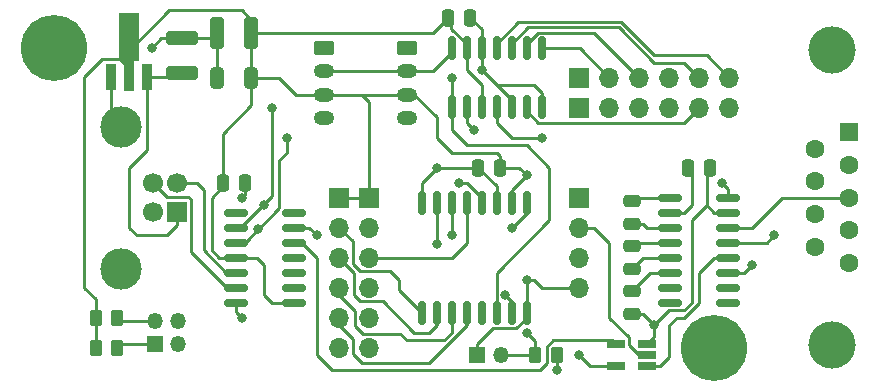
<source format=gbr>
%TF.GenerationSoftware,KiCad,Pcbnew,7.0.6*%
%TF.CreationDate,2023-08-24T17:38:11-04:00*%
%TF.ProjectId,usbio,75736269-6f2e-46b6-9963-61645f706362,rev?*%
%TF.SameCoordinates,Original*%
%TF.FileFunction,Copper,L1,Top*%
%TF.FilePolarity,Positive*%
%FSLAX46Y46*%
G04 Gerber Fmt 4.6, Leading zero omitted, Abs format (unit mm)*
G04 Created by KiCad (PCBNEW 7.0.6) date 2023-08-24 17:38:11*
%MOMM*%
%LPD*%
G01*
G04 APERTURE LIST*
G04 Aperture macros list*
%AMRoundRect*
0 Rectangle with rounded corners*
0 $1 Rounding radius*
0 $2 $3 $4 $5 $6 $7 $8 $9 X,Y pos of 4 corners*
0 Add a 4 corners polygon primitive as box body*
4,1,4,$2,$3,$4,$5,$6,$7,$8,$9,$2,$3,0*
0 Add four circle primitives for the rounded corners*
1,1,$1+$1,$2,$3*
1,1,$1+$1,$4,$5*
1,1,$1+$1,$6,$7*
1,1,$1+$1,$8,$9*
0 Add four rect primitives between the rounded corners*
20,1,$1+$1,$2,$3,$4,$5,0*
20,1,$1+$1,$4,$5,$6,$7,0*
20,1,$1+$1,$6,$7,$8,$9,0*
20,1,$1+$1,$8,$9,$2,$3,0*%
%AMFreePoly0*
4,1,9,5.362500,-0.866500,1.237500,-0.866500,1.237500,-0.450000,-1.237500,-0.450000,-1.237500,0.450000,1.237500,0.450000,1.237500,0.866500,5.362500,0.866500,5.362500,-0.866500,5.362500,-0.866500,$1*%
G04 Aperture macros list end*
%TA.AperFunction,ComponentPad*%
%ADD10R,1.700000X1.700000*%
%TD*%
%TA.AperFunction,ComponentPad*%
%ADD11O,1.700000X1.700000*%
%TD*%
%TA.AperFunction,SMDPad,CuDef*%
%ADD12RoundRect,0.150000X0.825000X0.150000X-0.825000X0.150000X-0.825000X-0.150000X0.825000X-0.150000X0*%
%TD*%
%TA.AperFunction,ComponentPad*%
%ADD13C,5.600000*%
%TD*%
%TA.AperFunction,ComponentPad*%
%ADD14C,4.000000*%
%TD*%
%TA.AperFunction,ComponentPad*%
%ADD15R,1.600000X1.600000*%
%TD*%
%TA.AperFunction,ComponentPad*%
%ADD16C,1.600000*%
%TD*%
%TA.AperFunction,SMDPad,CuDef*%
%ADD17RoundRect,0.150000X-0.150000X0.875000X-0.150000X-0.875000X0.150000X-0.875000X0.150000X0.875000X0*%
%TD*%
%TA.AperFunction,SMDPad,CuDef*%
%ADD18RoundRect,0.250000X-0.475000X0.250000X-0.475000X-0.250000X0.475000X-0.250000X0.475000X0.250000X0*%
%TD*%
%TA.AperFunction,ComponentPad*%
%ADD19RoundRect,0.250000X-0.625000X0.350000X-0.625000X-0.350000X0.625000X-0.350000X0.625000X0.350000X0*%
%TD*%
%TA.AperFunction,ComponentPad*%
%ADD20O,1.750000X1.200000*%
%TD*%
%TA.AperFunction,SMDPad,CuDef*%
%ADD21R,0.900000X2.300000*%
%TD*%
%TA.AperFunction,SMDPad,CuDef*%
%ADD22FreePoly0,90.000000*%
%TD*%
%TA.AperFunction,ComponentPad*%
%ADD23C,1.700000*%
%TD*%
%TA.AperFunction,ComponentPad*%
%ADD24C,3.500000*%
%TD*%
%TA.AperFunction,SMDPad,CuDef*%
%ADD25RoundRect,0.250000X-0.250000X-0.475000X0.250000X-0.475000X0.250000X0.475000X-0.250000X0.475000X0*%
%TD*%
%TA.AperFunction,SMDPad,CuDef*%
%ADD26RoundRect,0.250000X-0.262500X-0.450000X0.262500X-0.450000X0.262500X0.450000X-0.262500X0.450000X0*%
%TD*%
%TA.AperFunction,SMDPad,CuDef*%
%ADD27R,1.560000X0.650000*%
%TD*%
%TA.AperFunction,ComponentPad*%
%ADD28R,1.350000X1.350000*%
%TD*%
%TA.AperFunction,ComponentPad*%
%ADD29O,1.350000X1.350000*%
%TD*%
%TA.AperFunction,SMDPad,CuDef*%
%ADD30RoundRect,0.250000X0.250000X0.475000X-0.250000X0.475000X-0.250000X-0.475000X0.250000X-0.475000X0*%
%TD*%
%TA.AperFunction,SMDPad,CuDef*%
%ADD31RoundRect,0.150000X-0.825000X-0.150000X0.825000X-0.150000X0.825000X0.150000X-0.825000X0.150000X0*%
%TD*%
%TA.AperFunction,SMDPad,CuDef*%
%ADD32RoundRect,0.150000X-0.150000X0.825000X-0.150000X-0.825000X0.150000X-0.825000X0.150000X0.825000X0*%
%TD*%
%TA.AperFunction,SMDPad,CuDef*%
%ADD33RoundRect,0.250000X0.325000X1.100000X-0.325000X1.100000X-0.325000X-1.100000X0.325000X-1.100000X0*%
%TD*%
%TA.AperFunction,SMDPad,CuDef*%
%ADD34RoundRect,0.250000X0.325000X0.650000X-0.325000X0.650000X-0.325000X-0.650000X0.325000X-0.650000X0*%
%TD*%
%TA.AperFunction,SMDPad,CuDef*%
%ADD35RoundRect,0.250000X1.100000X-0.325000X1.100000X0.325000X-1.100000X0.325000X-1.100000X-0.325000X0*%
%TD*%
%TA.AperFunction,SMDPad,CuDef*%
%ADD36RoundRect,0.250000X0.262500X0.450000X-0.262500X0.450000X-0.262500X-0.450000X0.262500X-0.450000X0*%
%TD*%
%TA.AperFunction,ViaPad*%
%ADD37C,0.800000*%
%TD*%
%TA.AperFunction,Conductor*%
%ADD38C,0.250000*%
%TD*%
G04 APERTURE END LIST*
D10*
%TO.P,J10,1,Pin_1*%
%TO.N,+3.3V*%
X127000000Y-60960000D03*
D11*
%TO.P,J10,2,Pin_2*%
%TO.N,/AN3*%
X129540000Y-60960000D03*
%TO.P,J10,3,Pin_3*%
%TO.N,GND*%
X132080000Y-60960000D03*
%TO.P,J10,4,Pin_4*%
%TO.N,+3.3V*%
X134620000Y-60960000D03*
%TO.P,J10,5,Pin_5*%
%TO.N,/AN4*%
X137160000Y-60960000D03*
%TO.P,J10,6,Pin_6*%
%TO.N,GND*%
X139700000Y-60960000D03*
%TD*%
D12*
%TO.P,U1,1,VDD*%
%TO.N,+3.3V*%
X102870000Y-77470000D03*
%TO.P,U1,2,GP0*%
%TO.N,unconnected-(U1-GP0-Pad2)*%
X102870000Y-76200000D03*
%TO.P,U1,3,GP1*%
%TO.N,unconnected-(U1-GP1-Pad3)*%
X102870000Y-74930000D03*
%TO.P,U1,4,~{RST}*%
%TO.N,unconnected-(U1-~{RST}-Pad4)*%
X102870000Y-73660000D03*
%TO.P,U1,5,URx*%
%TO.N,Net-(U1-URx)*%
X102870000Y-72390000D03*
%TO.P,U1,6,UTx*%
%TO.N,Net-(J7-Pin_3)*%
X102870000Y-71120000D03*
%TO.P,U1,7,GP2*%
%TO.N,unconnected-(U1-GP2-Pad7)*%
X102870000Y-69850000D03*
%TO.P,U1,8,GP3*%
%TO.N,unconnected-(U1-GP3-Pad8)*%
X97920000Y-69850000D03*
%TO.P,U1,9,SDA*%
%TO.N,/SDA*%
X97920000Y-71120000D03*
%TO.P,U1,10,SCL*%
%TO.N,/SCL*%
X97920000Y-72390000D03*
%TO.P,U1,11,VUSB*%
%TO.N,+3.3V*%
X97920000Y-73660000D03*
%TO.P,U1,12,D-*%
%TO.N,Net-(J1-D-)*%
X97920000Y-74930000D03*
%TO.P,U1,13,D+*%
%TO.N,Net-(J1-D+)*%
X97920000Y-76200000D03*
%TO.P,U1,14,VSS*%
%TO.N,GND*%
X97920000Y-77470000D03*
%TD*%
D13*
%TO.P,H2,1,1*%
%TO.N,GND*%
X138430000Y-81280000D03*
%TD*%
D14*
%TO.P,J2,0,PAD*%
%TO.N,GND*%
X148440000Y-56080000D03*
X148440000Y-81080000D03*
D15*
%TO.P,J2,1,1*%
%TO.N,unconnected-(J2-Pad1)*%
X149860000Y-63040000D03*
D16*
%TO.P,J2,2,2*%
%TO.N,Net-(U2-R1IN)*%
X149860000Y-65810000D03*
%TO.P,J2,3,3*%
%TO.N,Net-(U2-T1OUT)*%
X149860000Y-68580000D03*
%TO.P,J2,4,4*%
%TO.N,unconnected-(J2-Pad4)*%
X149860000Y-71350000D03*
%TO.P,J2,5,5*%
%TO.N,GND*%
X149860000Y-74120000D03*
%TO.P,J2,6,6*%
%TO.N,unconnected-(J2-Pad6)*%
X147020000Y-64425000D03*
%TO.P,J2,7,7*%
%TO.N,unconnected-(J2-Pad7)*%
X147020000Y-67195000D03*
%TO.P,J2,8,8*%
%TO.N,unconnected-(J2-Pad8)*%
X147020000Y-69965000D03*
%TO.P,J2,9,9*%
%TO.N,unconnected-(J2-Pad9)*%
X147020000Y-72735000D03*
%TD*%
D17*
%TO.P,U3,1,A0*%
%TO.N,/ADDR0*%
X122555000Y-69010000D03*
%TO.P,U3,2,A1*%
%TO.N,+3.3V*%
X121285000Y-69010000D03*
%TO.P,U3,3,A2*%
%TO.N,GND*%
X120015000Y-69010000D03*
%TO.P,U3,4,P0*%
%TO.N,Net-(J5-Pin_2)*%
X118745000Y-69010000D03*
%TO.P,U3,5,P1*%
%TO.N,Net-(J5-Pin_3)*%
X117475000Y-69010000D03*
%TO.P,U3,6,P2*%
%TO.N,Net-(J5-Pin_4)*%
X116205000Y-69010000D03*
%TO.P,U3,7,P3*%
%TO.N,Net-(J5-Pin_5)*%
X114935000Y-69010000D03*
%TO.P,U3,8,GND*%
%TO.N,GND*%
X113665000Y-69010000D03*
%TO.P,U3,9,P4*%
%TO.N,Net-(J6-Pin_2)*%
X113665000Y-78310000D03*
%TO.P,U3,10,P5*%
%TO.N,Net-(J6-Pin_3)*%
X114935000Y-78310000D03*
%TO.P,U3,11,P6*%
%TO.N,Net-(J6-Pin_4)*%
X116205000Y-78310000D03*
%TO.P,U3,12,P7*%
%TO.N,Net-(J6-Pin_5)*%
X117475000Y-78310000D03*
%TO.P,U3,13,~{INT}*%
%TO.N,unconnected-(U3-~{INT}-Pad13)*%
X118745000Y-78310000D03*
%TO.P,U3,14,SCL*%
%TO.N,/SCL*%
X120015000Y-78310000D03*
%TO.P,U3,15,SDA*%
%TO.N,/SDA*%
X121285000Y-78310000D03*
%TO.P,U3,16,VDD*%
%TO.N,+3.3V*%
X122555000Y-78310000D03*
%TD*%
D10*
%TO.P,J6,1,Pin_1*%
%TO.N,+3.3V*%
X106680000Y-68580000D03*
D11*
%TO.P,J6,2,Pin_2*%
%TO.N,Net-(J6-Pin_2)*%
X106680000Y-71120000D03*
%TO.P,J6,3,Pin_3*%
%TO.N,Net-(J6-Pin_3)*%
X106680000Y-73660000D03*
%TO.P,J6,4,Pin_4*%
%TO.N,Net-(J6-Pin_4)*%
X106680000Y-76200000D03*
%TO.P,J6,5,Pin_5*%
%TO.N,Net-(J6-Pin_5)*%
X106680000Y-78740000D03*
%TO.P,J6,6,Pin_6*%
%TO.N,GND*%
X106680000Y-81280000D03*
%TD*%
D18*
%TO.P,C9,1*%
%TO.N,Net-(U2-VS-)*%
X131445000Y-76520000D03*
%TO.P,C9,2*%
%TO.N,GND*%
X131445000Y-78420000D03*
%TD*%
D19*
%TO.P,J3,1,Pin_1*%
%TO.N,/SCL*%
X105410000Y-55880000D03*
D20*
%TO.P,J3,2,Pin_2*%
%TO.N,/SDA*%
X105410000Y-57880000D03*
%TO.P,J3,3,Pin_3*%
%TO.N,+3.3V*%
X105410000Y-59880000D03*
%TO.P,J3,4,Pin_4*%
%TO.N,GND*%
X105410000Y-61880000D03*
%TD*%
D10*
%TO.P,J5,1,Pin_1*%
%TO.N,+3.3V*%
X109220000Y-68580000D03*
D11*
%TO.P,J5,2,Pin_2*%
%TO.N,Net-(J5-Pin_2)*%
X109220000Y-71120000D03*
%TO.P,J5,3,Pin_3*%
%TO.N,Net-(J5-Pin_3)*%
X109220000Y-73660000D03*
%TO.P,J5,4,Pin_4*%
%TO.N,Net-(J5-Pin_4)*%
X109220000Y-76200000D03*
%TO.P,J5,5,Pin_5*%
%TO.N,Net-(J5-Pin_5)*%
X109220000Y-78740000D03*
%TO.P,J5,6,Pin_6*%
%TO.N,GND*%
X109220000Y-81280000D03*
%TD*%
D21*
%TO.P,U5,1,GND*%
%TO.N,GND*%
X87400000Y-58330000D03*
D22*
%TO.P,U5,2,VO*%
%TO.N,+3.3V*%
X88900000Y-58242500D03*
D21*
%TO.P,U5,3,VI*%
%TO.N,+5V*%
X90400000Y-58330000D03*
%TD*%
D10*
%TO.P,J1,1,VBUS*%
%TO.N,+5V*%
X92937500Y-69830000D03*
D23*
%TO.P,J1,2,D-*%
%TO.N,Net-(J1-D-)*%
X92937500Y-67330000D03*
%TO.P,J1,3,D+*%
%TO.N,Net-(J1-D+)*%
X90937500Y-67330000D03*
%TO.P,J1,4,GND*%
%TO.N,GND*%
X90937500Y-69830000D03*
D24*
%TO.P,J1,5,Shield*%
X88227500Y-74600000D03*
X88227500Y-62560000D03*
%TD*%
D25*
%TO.P,C8,1*%
%TO.N,Net-(U2-VS+)*%
X136210000Y-66040000D03*
%TO.P,C8,2*%
%TO.N,GND*%
X138110000Y-66040000D03*
%TD*%
D26*
%TO.P,R2,1*%
%TO.N,+3.3V*%
X86082500Y-78740000D03*
%TO.P,R2,2*%
%TO.N,Net-(J8-Pin_2)*%
X87907500Y-78740000D03*
%TD*%
D27*
%TO.P,U6,1*%
%TO.N,Net-(U2-R1OUT)*%
X132795000Y-82865000D03*
%TO.P,U6,2*%
%TO.N,Net-(J7-Pin_2)*%
X132795000Y-81915000D03*
%TO.P,U6,3,GND*%
%TO.N,GND*%
X132795000Y-80965000D03*
%TO.P,U6,4*%
%TO.N,Net-(U1-URx)*%
X130095000Y-80965000D03*
%TO.P,U6,5,VCC*%
%TO.N,+3.3V*%
X130095000Y-82865000D03*
%TD*%
D28*
%TO.P,JP1,1,A*%
%TO.N,+3.3V*%
X118380000Y-81915000D03*
D29*
%TO.P,JP1,2,B*%
%TO.N,/ADDR0*%
X120380000Y-81915000D03*
%TD*%
D13*
%TO.P,H1,1,1*%
%TO.N,GND*%
X82550000Y-55880000D03*
%TD*%
D30*
%TO.P,C5,1*%
%TO.N,+3.3V*%
X120330000Y-66040000D03*
%TO.P,C5,2*%
%TO.N,GND*%
X118430000Y-66040000D03*
%TD*%
D10*
%TO.P,J7,1,Pin_1*%
%TO.N,GND*%
X127000000Y-68580000D03*
D11*
%TO.P,J7,2,Pin_2*%
%TO.N,Net-(J7-Pin_2)*%
X127000000Y-71120000D03*
%TO.P,J7,3,Pin_3*%
%TO.N,Net-(J7-Pin_3)*%
X127000000Y-73660000D03*
%TO.P,J7,4,Pin_4*%
%TO.N,+3.3V*%
X127000000Y-76200000D03*
%TD*%
D31*
%TO.P,U2,1,C1+*%
%TO.N,Net-(U2-C1+)*%
X134685000Y-68580000D03*
%TO.P,U2,2,VS+*%
%TO.N,Net-(U2-VS+)*%
X134685000Y-69850000D03*
%TO.P,U2,3,C1-*%
%TO.N,Net-(U2-C1-)*%
X134685000Y-71120000D03*
%TO.P,U2,4,C2+*%
%TO.N,Net-(U2-C2+)*%
X134685000Y-72390000D03*
%TO.P,U2,5,C2-*%
%TO.N,Net-(U2-C2-)*%
X134685000Y-73660000D03*
%TO.P,U2,6,VS-*%
%TO.N,Net-(U2-VS-)*%
X134685000Y-74930000D03*
%TO.P,U2,7,T2OUT*%
%TO.N,unconnected-(U2-T2OUT-Pad7)*%
X134685000Y-76200000D03*
%TO.P,U2,8,R2IN*%
%TO.N,unconnected-(U2-R2IN-Pad8)*%
X134685000Y-77470000D03*
%TO.P,U2,9,R2OUT*%
%TO.N,unconnected-(U2-R2OUT-Pad9)*%
X139635000Y-77470000D03*
%TO.P,U2,10,T2IN*%
%TO.N,unconnected-(U2-T2IN-Pad10)*%
X139635000Y-76200000D03*
%TO.P,U2,11,T1IN*%
%TO.N,Net-(J7-Pin_3)*%
X139635000Y-74930000D03*
%TO.P,U2,12,R1OUT*%
%TO.N,Net-(U2-R1OUT)*%
X139635000Y-73660000D03*
%TO.P,U2,13,R1IN*%
%TO.N,Net-(U2-R1IN)*%
X139635000Y-72390000D03*
%TO.P,U2,14,T1OUT*%
%TO.N,Net-(U2-T1OUT)*%
X139635000Y-71120000D03*
%TO.P,U2,15,GND*%
%TO.N,GND*%
X139635000Y-69850000D03*
%TO.P,U2,16,VCC*%
%TO.N,+3.3V*%
X139635000Y-68580000D03*
%TD*%
D10*
%TO.P,J9,1,Pin_1*%
%TO.N,GND*%
X127000000Y-58420000D03*
D11*
%TO.P,J9,2,Pin_2*%
%TO.N,/AN1p*%
X129540000Y-58420000D03*
%TO.P,J9,3,Pin_3*%
%TO.N,/AN1n*%
X132080000Y-58420000D03*
%TO.P,J9,4,Pin_4*%
%TO.N,GND*%
X134620000Y-58420000D03*
%TO.P,J9,5,Pin_5*%
%TO.N,/AN2p*%
X137160000Y-58420000D03*
%TO.P,J9,6,Pin_6*%
%TO.N,/AN2n*%
X139700000Y-58420000D03*
%TD*%
D18*
%TO.P,C7,1*%
%TO.N,Net-(U2-C2+)*%
X131445000Y-72710000D03*
%TO.P,C7,2*%
%TO.N,Net-(U2-C2-)*%
X131445000Y-74610000D03*
%TD*%
D25*
%TO.P,C10,1*%
%TO.N,+3.3V*%
X115890000Y-53340000D03*
%TO.P,C10,2*%
%TO.N,GND*%
X117790000Y-53340000D03*
%TD*%
D28*
%TO.P,J8,1,Pin_1*%
%TO.N,Net-(J8-Pin_1)*%
X91075000Y-81010000D03*
D29*
%TO.P,J8,2,Pin_2*%
%TO.N,Net-(J8-Pin_2)*%
X91075000Y-79010000D03*
%TO.P,J8,3,Pin_3*%
%TO.N,/SCL*%
X93075000Y-81010000D03*
%TO.P,J8,4,Pin_4*%
%TO.N,/SDA*%
X93075000Y-79010000D03*
%TD*%
D32*
%TO.P,U4,1,CH1+*%
%TO.N,/AN1p*%
X123825000Y-55945000D03*
%TO.P,U4,2,CH1-*%
%TO.N,/AN1n*%
X122555000Y-55945000D03*
%TO.P,U4,3,CH2+*%
%TO.N,/AN2p*%
X121285000Y-55945000D03*
%TO.P,U4,4,CH2-*%
%TO.N,/AN2n*%
X120015000Y-55945000D03*
%TO.P,U4,5,VSS*%
%TO.N,GND*%
X118745000Y-55945000D03*
%TO.P,U4,6,VDD*%
%TO.N,+3.3V*%
X117475000Y-55945000D03*
%TO.P,U4,7,SDA*%
%TO.N,/SDA*%
X116205000Y-55945000D03*
%TO.P,U4,8,SCL*%
%TO.N,/SCL*%
X116205000Y-60895000D03*
%TO.P,U4,9,Adr0*%
%TO.N,/ADDR0*%
X117475000Y-60895000D03*
%TO.P,U4,10,Adr1*%
%TO.N,+3.3V*%
X118745000Y-60895000D03*
%TO.P,U4,11,CH3+*%
%TO.N,/AN3*%
X120015000Y-60895000D03*
%TO.P,U4,12,CH3-*%
%TO.N,GND*%
X121285000Y-60895000D03*
%TO.P,U4,13,CH4+*%
%TO.N,/AN4*%
X122555000Y-60895000D03*
%TO.P,U4,14,CH4-*%
%TO.N,GND*%
X123825000Y-60895000D03*
%TD*%
D19*
%TO.P,J4,1,Pin_1*%
%TO.N,/SCL*%
X112395000Y-55880000D03*
D20*
%TO.P,J4,2,Pin_2*%
%TO.N,/SDA*%
X112395000Y-57880000D03*
%TO.P,J4,3,Pin_3*%
%TO.N,+3.3V*%
X112395000Y-59880000D03*
%TO.P,J4,4,Pin_4*%
%TO.N,GND*%
X112395000Y-61880000D03*
%TD*%
D26*
%TO.P,R1,1*%
%TO.N,+3.3V*%
X86082500Y-81280000D03*
%TO.P,R1,2*%
%TO.N,Net-(J8-Pin_1)*%
X87907500Y-81280000D03*
%TD*%
D25*
%TO.P,C4,1*%
%TO.N,+3.3V*%
X96840000Y-67310000D03*
%TO.P,C4,2*%
%TO.N,GND*%
X98740000Y-67310000D03*
%TD*%
D18*
%TO.P,C6,1*%
%TO.N,Net-(U2-C1+)*%
X131445000Y-68900000D03*
%TO.P,C6,2*%
%TO.N,Net-(U2-C1-)*%
X131445000Y-70800000D03*
%TD*%
D33*
%TO.P,C2,1*%
%TO.N,+3.3V*%
X99265000Y-54610000D03*
%TO.P,C2,2*%
%TO.N,GND*%
X96315000Y-54610000D03*
%TD*%
D34*
%TO.P,C3,1*%
%TO.N,+3.3V*%
X99265000Y-58420000D03*
%TO.P,C3,2*%
%TO.N,GND*%
X96315000Y-58420000D03*
%TD*%
D35*
%TO.P,C1,1*%
%TO.N,+5V*%
X93345000Y-57990000D03*
%TO.P,C1,2*%
%TO.N,GND*%
X93345000Y-55040000D03*
%TD*%
D36*
%TO.P,R3,1*%
%TO.N,GND*%
X125095000Y-81915000D03*
%TO.P,R3,2*%
%TO.N,/ADDR0*%
X123270000Y-81915000D03*
%TD*%
D37*
%TO.N,GND*%
X90805000Y-55880000D03*
X133350000Y-79375000D03*
X114935000Y-66040000D03*
X98425000Y-78740000D03*
X118745000Y-57785000D03*
X125095000Y-83185000D03*
X98425000Y-68580000D03*
%TO.N,+3.3V*%
X127000000Y-81915000D03*
X122555000Y-75565000D03*
X122555000Y-66675000D03*
X139065000Y-67310000D03*
%TO.N,Net-(U2-R1IN)*%
X143510000Y-71755000D03*
%TO.N,/SCL*%
X99824125Y-71249125D03*
X102235000Y-63500000D03*
X116205000Y-58420000D03*
%TO.N,Net-(J5-Pin_2)*%
X116840000Y-67310000D03*
%TO.N,Net-(J5-Pin_4)*%
X116205000Y-71755000D03*
%TO.N,Net-(J5-Pin_5)*%
X114935000Y-72479500D03*
%TO.N,/SDA*%
X100330000Y-69215000D03*
X100965000Y-60960000D03*
X120739500Y-76835000D03*
%TO.N,Net-(J7-Pin_3)*%
X141605000Y-74295000D03*
X104775000Y-71755000D03*
%TO.N,/ADDR0*%
X118110000Y-62865000D03*
X121285000Y-71120000D03*
X122555000Y-80010000D03*
%TO.N,/AN3*%
X123825000Y-63500000D03*
%TD*%
D38*
%TO.N,+5V*%
X92937500Y-70892500D02*
X92075000Y-71755000D01*
X93005000Y-58330000D02*
X90400000Y-58330000D01*
X89535000Y-71755000D02*
X88900000Y-71120000D01*
X88900000Y-66040000D02*
X90400000Y-64540000D01*
X90400000Y-64540000D02*
X90400000Y-58330000D01*
X88900000Y-71120000D02*
X88900000Y-66040000D01*
X93345000Y-57990000D02*
X93005000Y-58330000D01*
X92937500Y-69830000D02*
X92937500Y-70892500D01*
X92075000Y-71755000D02*
X89535000Y-71755000D01*
%TO.N,GND*%
X97920000Y-78235000D02*
X98425000Y-78740000D01*
X135890000Y-78105000D02*
X136525000Y-77470000D01*
X118430000Y-66040000D02*
X114935000Y-66040000D01*
X118745000Y-56270305D02*
X118745000Y-55945000D01*
X123825000Y-59690000D02*
X123190000Y-59055000D01*
X118745000Y-57785000D02*
X118745000Y-54295000D01*
X120015000Y-59055000D02*
X118745000Y-57785000D01*
X133350000Y-80410000D02*
X132795000Y-80965000D01*
X98740000Y-68265000D02*
X98425000Y-68580000D01*
X138430000Y-69850000D02*
X137795000Y-69215000D01*
X120015000Y-69010000D02*
X120015000Y-67625000D01*
X131445000Y-78420000D02*
X132395000Y-78420000D01*
X137795000Y-69215000D02*
X137795000Y-66355000D01*
X121285000Y-60325000D02*
X120015000Y-59055000D01*
X91645000Y-55040000D02*
X90805000Y-55880000D01*
X113665000Y-67310000D02*
X113665000Y-69010000D01*
X123190000Y-59055000D02*
X120015000Y-59055000D01*
X120015000Y-67625000D02*
X118430000Y-66040000D01*
X96315000Y-58420000D02*
X96315000Y-54610000D01*
X117790000Y-53340000D02*
X118745000Y-54295000D01*
X134620000Y-78105000D02*
X135890000Y-78105000D01*
X114935000Y-66040000D02*
X113665000Y-67310000D01*
X97920000Y-77470000D02*
X97920000Y-78235000D01*
X87400000Y-58330000D02*
X87400000Y-61732500D01*
X139635000Y-69850000D02*
X138430000Y-69850000D01*
X137795000Y-66355000D02*
X138110000Y-66040000D01*
X136525000Y-70485000D02*
X137795000Y-69215000D01*
X123825000Y-60895000D02*
X123825000Y-59690000D01*
X136525000Y-77470000D02*
X136525000Y-70485000D01*
X87400000Y-61732500D02*
X88227500Y-62560000D01*
X98740000Y-67310000D02*
X98740000Y-68265000D01*
X125095000Y-81915000D02*
X125095000Y-83185000D01*
X93345000Y-55040000D02*
X95885000Y-55040000D01*
X95885000Y-55040000D02*
X96315000Y-54610000D01*
X133350000Y-79375000D02*
X134620000Y-78105000D01*
X133350000Y-79375000D02*
X133350000Y-80410000D01*
X132395000Y-78420000D02*
X133350000Y-79375000D01*
X93345000Y-55040000D02*
X91645000Y-55040000D01*
%TO.N,+3.3V*%
X139635000Y-67880000D02*
X139065000Y-67310000D01*
X99265000Y-54610000D02*
X99265000Y-58420000D01*
X114935000Y-61785000D02*
X113030000Y-59880000D01*
X99265000Y-60755000D02*
X96840000Y-63180000D01*
X99265000Y-58420000D02*
X99265000Y-60755000D01*
X139635000Y-68580000D02*
X139635000Y-67880000D01*
X116201751Y-54295000D02*
X116201751Y-53651751D01*
X116205000Y-64770000D02*
X114935000Y-63500000D01*
X122555000Y-75565000D02*
X122555000Y-78310000D01*
X99695000Y-73660000D02*
X100330000Y-74295000D01*
X100330000Y-76835000D02*
X100965000Y-77470000D01*
X122555000Y-78736751D02*
X122555000Y-78310000D01*
X97920000Y-73660000D02*
X99695000Y-73660000D01*
X86082500Y-77192500D02*
X85090000Y-76200000D01*
X114620000Y-54610000D02*
X99265000Y-54610000D01*
X116201751Y-53651751D02*
X115890000Y-53340000D01*
X123825000Y-76200000D02*
X127000000Y-76200000D01*
X118380000Y-81010000D02*
X119730000Y-79660000D01*
X88900000Y-57580000D02*
X88900000Y-58242500D01*
X95885000Y-73025000D02*
X96520000Y-73660000D01*
X116201751Y-54295000D02*
X117475000Y-55568249D01*
X121631751Y-79660000D02*
X122555000Y-78736751D01*
X121285000Y-67945000D02*
X122555000Y-66675000D01*
X101600000Y-58420000D02*
X103060000Y-59880000D01*
X96520000Y-73660000D02*
X97920000Y-73660000D01*
X118380000Y-81915000D02*
X118380000Y-81010000D01*
X88175000Y-56855000D02*
X88900000Y-57580000D01*
X88900000Y-56130000D02*
X88900000Y-58242500D01*
X86082500Y-81280000D02*
X86082500Y-78740000D01*
X120015000Y-64770000D02*
X116205000Y-64770000D01*
X119730000Y-79660000D02*
X121631751Y-79660000D01*
X120330000Y-66040000D02*
X120330000Y-65085000D01*
X99265000Y-58420000D02*
X101600000Y-58420000D01*
X92325000Y-52705000D02*
X88900000Y-56130000D01*
X123190000Y-75565000D02*
X123825000Y-76200000D01*
X96840000Y-67625000D02*
X95885000Y-68580000D01*
X120330000Y-65085000D02*
X120015000Y-64770000D01*
X109220000Y-65405000D02*
X109220000Y-60515000D01*
X86082500Y-78740000D02*
X86082500Y-77192500D01*
X98425000Y-52705000D02*
X92325000Y-52705000D01*
X109220000Y-68580000D02*
X109220000Y-65405000D01*
X99580000Y-54295000D02*
X99265000Y-54610000D01*
X117475000Y-57785000D02*
X118745000Y-59055000D01*
X118745000Y-59055000D02*
X118745000Y-60895000D01*
X120330000Y-66040000D02*
X121920000Y-66040000D01*
X86625000Y-56855000D02*
X88175000Y-56855000D01*
X121285000Y-69010000D02*
X121285000Y-67945000D01*
X113030000Y-59880000D02*
X108585000Y-59880000D01*
X121920000Y-66040000D02*
X122555000Y-66675000D01*
X100330000Y-74295000D02*
X100330000Y-76835000D01*
X117475000Y-55945000D02*
X117475000Y-57785000D01*
X127000000Y-81915000D02*
X127950000Y-82865000D01*
X103060000Y-59880000D02*
X105410000Y-59880000D01*
X85090000Y-58390000D02*
X86625000Y-56855000D01*
X108585000Y-59880000D02*
X105410000Y-59880000D01*
X106680000Y-68580000D02*
X109220000Y-68580000D01*
X99265000Y-53545000D02*
X98425000Y-52705000D01*
X114935000Y-63500000D02*
X114935000Y-61785000D01*
X96840000Y-67310000D02*
X96840000Y-67625000D01*
X127950000Y-82865000D02*
X130095000Y-82865000D01*
X109220000Y-60515000D02*
X108585000Y-59880000D01*
X96840000Y-63180000D02*
X96840000Y-67310000D01*
X85090000Y-76200000D02*
X85090000Y-58390000D01*
X122555000Y-75565000D02*
X123190000Y-75565000D01*
X100965000Y-77470000D02*
X102870000Y-77470000D01*
X115890000Y-53340000D02*
X114620000Y-54610000D01*
X95885000Y-68580000D02*
X95885000Y-73025000D01*
%TO.N,Net-(J1-D-)*%
X97153604Y-74930000D02*
X95250000Y-73026396D01*
X95250000Y-67945000D02*
X94615000Y-67310000D01*
X97920000Y-74930000D02*
X97153604Y-74930000D01*
X94595000Y-67330000D02*
X92937500Y-67330000D01*
X94615000Y-67310000D02*
X94595000Y-67330000D01*
X95250000Y-73026396D02*
X95250000Y-67945000D01*
%TO.N,Net-(J1-D+)*%
X97920000Y-76200000D02*
X97155000Y-76200000D01*
X93905000Y-68505000D02*
X92112500Y-68505000D01*
X94112500Y-73157500D02*
X94112500Y-68712500D01*
X92112500Y-68505000D02*
X90937500Y-67330000D01*
X97155000Y-76200000D02*
X94112500Y-73157500D01*
X94112500Y-68712500D02*
X93905000Y-68505000D01*
%TO.N,Net-(U2-R1IN)*%
X139635000Y-72390000D02*
X142875000Y-72390000D01*
X142875000Y-72390000D02*
X143510000Y-71755000D01*
%TO.N,Net-(U2-T1OUT)*%
X139635000Y-71120000D02*
X141605000Y-71120000D01*
X141605000Y-71120000D02*
X144145000Y-68580000D01*
X144145000Y-68580000D02*
X149860000Y-68580000D01*
%TO.N,/SCL*%
X102235000Y-64770000D02*
X102235000Y-63500000D01*
X101600000Y-69473249D02*
X101600000Y-65405000D01*
X122555000Y-64135000D02*
X117475000Y-64135000D01*
X120015000Y-78310000D02*
X120015000Y-74930000D01*
X101600000Y-65405000D02*
X102235000Y-64770000D01*
X124460000Y-70485000D02*
X124460000Y-66040000D01*
X117475000Y-64135000D02*
X116205000Y-62865000D01*
X98683249Y-72390000D02*
X101600000Y-69473249D01*
X124460000Y-66040000D02*
X122555000Y-64135000D01*
X97920000Y-72390000D02*
X98683249Y-72390000D01*
X116205000Y-58420000D02*
X116205000Y-60895000D01*
X120015000Y-74930000D02*
X124460000Y-70485000D01*
X116205000Y-62865000D02*
X116205000Y-60895000D01*
%TO.N,Net-(J5-Pin_2)*%
X118745000Y-68580000D02*
X117825000Y-67660000D01*
X117825000Y-67660000D02*
X117475000Y-67310000D01*
X118745000Y-69010000D02*
X118745000Y-68580000D01*
X117475000Y-67310000D02*
X116840000Y-67310000D01*
%TO.N,Net-(J5-Pin_3)*%
X117475000Y-72390000D02*
X116205000Y-73660000D01*
X116205000Y-73660000D02*
X109220000Y-73660000D01*
X117475000Y-69010000D02*
X117475000Y-72390000D01*
%TO.N,Net-(J5-Pin_4)*%
X116205000Y-69010000D02*
X116205000Y-71755000D01*
%TO.N,Net-(J5-Pin_5)*%
X114935000Y-69010000D02*
X114935000Y-72479500D01*
%TO.N,Net-(J6-Pin_2)*%
X107855000Y-74200000D02*
X107855000Y-72295000D01*
X111760000Y-76405000D02*
X111760000Y-75565000D01*
X111030000Y-74835000D02*
X108490000Y-74835000D01*
X107855000Y-72295000D02*
X106680000Y-71120000D01*
X111760000Y-75565000D02*
X111030000Y-74835000D01*
X108490000Y-74835000D02*
X107855000Y-74200000D01*
X113665000Y-78310000D02*
X111760000Y-76405000D01*
%TO.N,Net-(J6-Pin_3)*%
X107950000Y-76835000D02*
X107950000Y-74931396D01*
X106680000Y-73661396D02*
X106680000Y-73660000D01*
X113030000Y-80010000D02*
X110395000Y-77375000D01*
X108490000Y-77375000D02*
X107950000Y-76835000D01*
X110395000Y-77375000D02*
X108490000Y-77375000D01*
X114300000Y-80010000D02*
X113030000Y-80010000D01*
X114935000Y-78310000D02*
X114935000Y-79375000D01*
X107950000Y-74931396D02*
X106680000Y-73661396D01*
X114935000Y-79375000D02*
X114300000Y-80010000D01*
%TO.N,Net-(J6-Pin_4)*%
X111855000Y-80105000D02*
X112395000Y-80645000D01*
X112395000Y-80645000D02*
X115570000Y-80645000D01*
X108045000Y-79470000D02*
X108680000Y-80105000D01*
X108680000Y-80105000D02*
X111855000Y-80105000D01*
X115570000Y-80645000D02*
X116205000Y-80010000D01*
X106680000Y-76200000D02*
X106680000Y-76835000D01*
X106680000Y-76835000D02*
X108045000Y-78200000D01*
X116205000Y-80010000D02*
X116205000Y-78310000D01*
X108045000Y-78200000D02*
X108045000Y-79470000D01*
%TO.N,Net-(J6-Pin_5)*%
X117475000Y-79376396D02*
X114301396Y-82550000D01*
X107855000Y-80550000D02*
X106680000Y-79375000D01*
X117475000Y-78310000D02*
X117475000Y-79376396D01*
X108585000Y-82550000D02*
X107855000Y-81820000D01*
X106680000Y-79375000D02*
X106680000Y-78740000D01*
X114301396Y-82550000D02*
X108585000Y-82550000D01*
X107855000Y-81820000D02*
X107855000Y-80550000D01*
%TO.N,Net-(U1-URx)*%
X102870000Y-72390000D02*
X103505000Y-72390000D01*
X129775000Y-80645000D02*
X130095000Y-80965000D01*
X123675673Y-83185000D02*
X124257500Y-82603173D01*
X124257500Y-82603173D02*
X124257500Y-81226827D01*
X104775000Y-81915000D02*
X106045000Y-83185000D01*
X104775000Y-73660000D02*
X104775000Y-81915000D01*
X124257500Y-81226827D02*
X124839327Y-80645000D01*
X106045000Y-83185000D02*
X123675673Y-83185000D01*
X124839327Y-80645000D02*
X129775000Y-80645000D01*
X103505000Y-72390000D02*
X104775000Y-73660000D01*
%TO.N,Net-(U2-R1OUT)*%
X139635000Y-73660000D02*
X138430000Y-73660000D01*
X137160000Y-77471396D02*
X135891396Y-78740000D01*
X134620000Y-82070000D02*
X133825000Y-82865000D01*
X138430000Y-73660000D02*
X137160000Y-74930000D01*
X135891396Y-78740000D02*
X135255000Y-78740000D01*
X137160000Y-74930000D02*
X137160000Y-77471396D01*
X133825000Y-82865000D02*
X132795000Y-82865000D01*
X134620000Y-79375000D02*
X134620000Y-82070000D01*
X135255000Y-78740000D02*
X134620000Y-79375000D01*
%TO.N,/SDA*%
X100965000Y-68451751D02*
X100965000Y-60960000D01*
X100330000Y-69215000D02*
X100330000Y-69086751D01*
X114595305Y-57880000D02*
X112395000Y-57880000D01*
X98296751Y-71120000D02*
X100201751Y-69215000D01*
X114595305Y-57880000D02*
X116205000Y-56270305D01*
X121285000Y-78310000D02*
X121285000Y-77380500D01*
X97920000Y-71120000D02*
X98296751Y-71120000D01*
X121285000Y-77380500D02*
X120739500Y-76835000D01*
X105410000Y-57880000D02*
X113030000Y-57880000D01*
X100201751Y-69215000D02*
X100330000Y-69215000D01*
X100330000Y-69086751D02*
X100965000Y-68451751D01*
%TO.N,Net-(U2-C1+)*%
X131445000Y-68900000D02*
X131765000Y-68580000D01*
X131765000Y-68580000D02*
X134685000Y-68580000D01*
%TO.N,Net-(U2-C1-)*%
X132715000Y-71120000D02*
X134685000Y-71120000D01*
X132395000Y-70800000D02*
X132715000Y-71120000D01*
X131445000Y-70800000D02*
X132395000Y-70800000D01*
%TO.N,Net-(U2-C2+)*%
X131765000Y-72390000D02*
X131445000Y-72710000D01*
X134685000Y-72390000D02*
X131765000Y-72390000D01*
%TO.N,Net-(U2-C2-)*%
X134685000Y-73660000D02*
X132395000Y-73660000D01*
X132395000Y-73660000D02*
X131445000Y-74610000D01*
%TO.N,Net-(U2-VS+)*%
X136210000Y-66040000D02*
X136525000Y-66355000D01*
X135890000Y-69850000D02*
X134685000Y-69850000D01*
X136525000Y-69215000D02*
X135890000Y-69850000D01*
X136525000Y-66355000D02*
X136525000Y-69215000D01*
%TO.N,Net-(U2-VS-)*%
X134685000Y-74930000D02*
X133035000Y-74930000D01*
X133035000Y-74930000D02*
X131445000Y-76520000D01*
%TO.N,Net-(J7-Pin_2)*%
X132080000Y-81915000D02*
X131200000Y-81035000D01*
X131200000Y-80400000D02*
X129540000Y-78740000D01*
X128270000Y-71120000D02*
X127000000Y-71120000D01*
X129540000Y-72390000D02*
X128270000Y-71120000D01*
X129540000Y-78740000D02*
X129540000Y-72390000D01*
X131200000Y-81035000D02*
X131200000Y-80400000D01*
X132795000Y-81915000D02*
X132080000Y-81915000D01*
%TO.N,Net-(J7-Pin_3)*%
X140970000Y-74930000D02*
X141605000Y-74295000D01*
X104140000Y-71120000D02*
X104775000Y-71755000D01*
X139635000Y-74930000D02*
X140970000Y-74930000D01*
X102870000Y-71120000D02*
X104140000Y-71120000D01*
%TO.N,Net-(J8-Pin_1)*%
X88177500Y-81010000D02*
X91075000Y-81010000D01*
X87907500Y-81280000D02*
X88177500Y-81010000D01*
%TO.N,Net-(J8-Pin_2)*%
X88177500Y-79010000D02*
X91075000Y-79010000D01*
X87907500Y-78740000D02*
X88177500Y-79010000D01*
%TO.N,/ADDR0*%
X121285000Y-71120000D02*
X122555000Y-69850000D01*
X123270000Y-80725000D02*
X122555000Y-80010000D01*
X123270000Y-81915000D02*
X120380000Y-81915000D01*
X122555000Y-69850000D02*
X122555000Y-69010000D01*
X117475000Y-60895000D02*
X117475000Y-62230000D01*
X123270000Y-81915000D02*
X123270000Y-80725000D01*
X117475000Y-62230000D02*
X118110000Y-62865000D01*
%TO.N,/AN1p*%
X127065000Y-55945000D02*
X129540000Y-58420000D01*
X123825000Y-55945000D02*
X127065000Y-55945000D01*
%TO.N,/AN1n*%
X122555000Y-55568249D02*
X123513249Y-54610000D01*
X122555000Y-55945000D02*
X122555000Y-55568249D01*
X128270000Y-54610000D02*
X132080000Y-58420000D01*
X123513249Y-54610000D02*
X128270000Y-54610000D01*
%TO.N,/AN2p*%
X130360000Y-54160000D02*
X133350000Y-57150000D01*
X122693249Y-54160000D02*
X130360000Y-54160000D01*
X135890000Y-57150000D02*
X137160000Y-58420000D01*
X133350000Y-57150000D02*
X135890000Y-57150000D01*
X121285000Y-55945000D02*
X121285000Y-55568249D01*
X121285000Y-55568249D02*
X122693249Y-54160000D01*
%TO.N,/AN2n*%
X120015000Y-55568249D02*
X121873249Y-53710000D01*
X120015000Y-55568249D02*
X120015000Y-55945000D01*
X121873249Y-53710000D02*
X130546396Y-53710000D01*
X133351396Y-56515000D02*
X137795000Y-56515000D01*
X130546396Y-53710000D02*
X133351396Y-56515000D01*
X137795000Y-56515000D02*
X139700000Y-58420000D01*
%TO.N,/AN3*%
X121285000Y-63500000D02*
X123825000Y-63500000D01*
X120015000Y-60895000D02*
X120015000Y-62230000D01*
X120015000Y-62230000D02*
X121285000Y-63500000D01*
%TO.N,/AN4*%
X122555000Y-60895000D02*
X122555000Y-61271751D01*
X122555000Y-61271751D02*
X123513249Y-62230000D01*
X123513249Y-62230000D02*
X135890000Y-62230000D01*
X135890000Y-62230000D02*
X137160000Y-60960000D01*
%TD*%
M02*

</source>
